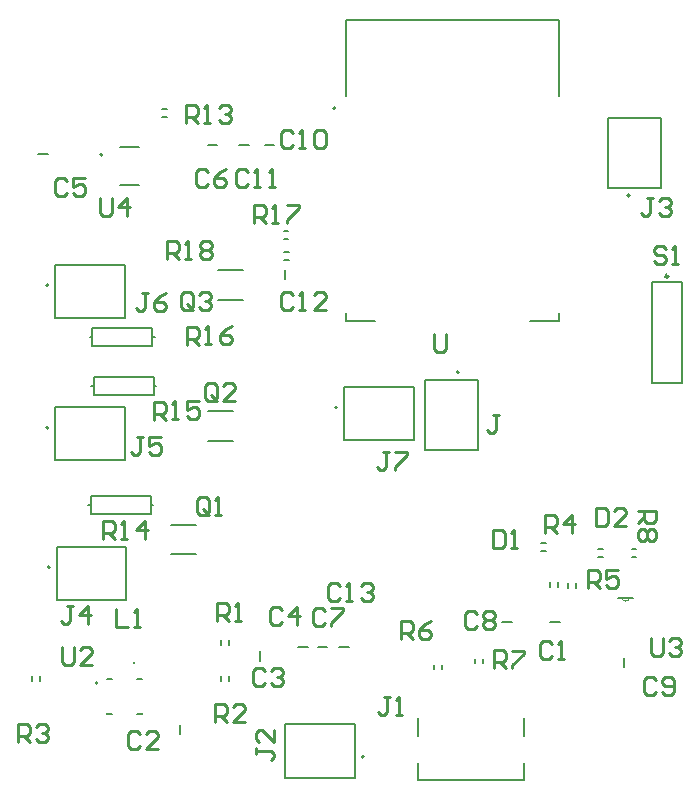
<source format=gto>
G04*
G04 #@! TF.GenerationSoftware,Altium Limited,Altium Designer,20.1.14 (287)*
G04*
G04 Layer_Color=65535*
%FSLAX25Y25*%
%MOIN*%
G70*
G04*
G04 #@! TF.SameCoordinates,9BBB710E-F05C-4809-8D11-837B32203116*
G04*
G04*
G04 #@! TF.FilePolarity,Positive*
G04*
G01*
G75*
%ADD10C,0.00984*%
%ADD11C,0.00787*%
%ADD12C,0.00000*%
%ADD13C,0.00630*%
%ADD14C,0.00500*%
%ADD15C,0.00600*%
%ADD16C,0.01000*%
D10*
X241488Y167244D02*
G03*
X241488Y167244I-492J0D01*
G01*
D11*
X228691Y194164D02*
G03*
X228691Y194164I-394J0D01*
G01*
X171697Y135236D02*
G03*
X171697Y135236I-394J0D01*
G01*
X131220Y123468D02*
G03*
X131220Y123468I-394J0D01*
G01*
X140067Y7032D02*
G03*
X140067Y7032I-394J0D01*
G01*
X34920Y164269D02*
G03*
X34920Y164269I-394J0D01*
G01*
Y116769D02*
G03*
X34920Y116769I-394J0D01*
G01*
X35421Y70268D02*
G03*
X35421Y70268I-394J0D01*
G01*
X130536Y223264D02*
G03*
X130536Y223264I-394J0D01*
G01*
X52945Y207740D02*
G03*
X52945Y207740I-394J0D01*
G01*
X236000Y165350D02*
X246000D01*
X236000Y131650D02*
Y165350D01*
Y131650D02*
X246000D01*
Y165350D01*
X63386Y38423D02*
Y38816D01*
X218113Y76278D02*
X219687D01*
X218113Y73522D02*
X219687D01*
X199213Y78378D02*
X200787D01*
X199213Y75622D02*
X200787D01*
X75766Y84421D02*
X84034D01*
X75766Y74579D02*
X84034D01*
X69500Y147000D02*
Y150000D01*
X49500D02*
X69500D01*
X49500Y144000D02*
Y150000D01*
Y144000D02*
X69500D01*
Y147000D01*
X48600D02*
X49500D01*
X69500D02*
X70400D01*
X70000Y130500D02*
Y133500D01*
X50000D02*
X70000D01*
X50000Y127500D02*
Y133500D01*
Y127500D02*
X70000D01*
Y130500D01*
X49100D02*
X50000D01*
X70000D02*
X70900D01*
X69000Y91000D02*
Y94000D01*
X49000D02*
X69000D01*
X49000Y88000D02*
Y94000D01*
Y88000D02*
X69000D01*
Y91000D01*
X48100D02*
X49000D01*
X69000D02*
X69900D01*
X113365Y175278D02*
X114940D01*
X113365Y172522D02*
X114940D01*
X113265Y179522D02*
X114840D01*
X113265Y182278D02*
X114840D01*
X72813Y222978D02*
X74387D01*
X72813Y220222D02*
X74387D01*
X229313Y76478D02*
X230887D01*
X229313Y73722D02*
X230887D01*
X176922Y38213D02*
Y39787D01*
X179678Y38213D02*
Y39787D01*
X166178Y36213D02*
Y37787D01*
X163422Y36213D02*
Y37787D01*
X208022Y63313D02*
Y64887D01*
X210778Y63313D02*
Y64887D01*
X204678Y63713D02*
Y65287D01*
X201922Y63713D02*
Y65287D01*
X29387Y32432D02*
Y34007D01*
X32142Y32432D02*
Y34007D01*
X92387Y32385D02*
Y33960D01*
X95143Y32385D02*
Y33960D01*
X92387Y44338D02*
Y45913D01*
X95143Y44338D02*
Y45913D01*
X91566Y159379D02*
X99834D01*
X91566Y169221D02*
X99834D01*
X88066Y122221D02*
X96334D01*
X88066Y112379D02*
X96334D01*
D12*
X226100Y60100D02*
G03*
X228500Y60100I1200J0D01*
G01*
D13*
X51099Y31661D02*
G03*
X51099Y31661I-315J0D01*
G01*
D14*
X239124Y196723D02*
Y219951D01*
X221407Y196723D02*
X239124D01*
X221407D02*
Y219951D01*
X239124D01*
X160476Y109449D02*
X178193D01*
Y132677D01*
X160476D02*
X178193D01*
X160476Y109449D02*
Y132677D01*
X156614Y112642D02*
Y130358D01*
X133386D02*
X156614D01*
X133386Y112642D02*
Y130358D01*
Y112642D02*
X156614D01*
X58850Y197819D02*
X65150D01*
X58850Y210181D02*
X65150D01*
X113886Y142D02*
Y17858D01*
Y142D02*
X137114D01*
Y17858D01*
X113886D02*
X137114D01*
X37086Y153442D02*
X60314D01*
X37086D02*
Y171158D01*
X60314D01*
Y153442D02*
Y171158D01*
Y105942D02*
Y123658D01*
X37086D02*
X60314D01*
X37086Y105942D02*
Y123658D01*
Y105942D02*
X60314D01*
X60814Y59442D02*
Y77158D01*
X37586D02*
X60814D01*
X37586Y59442D02*
Y77158D01*
Y59442D02*
X60814D01*
X204946Y227201D02*
Y252791D01*
X134080D02*
X204946D01*
X134080Y227201D02*
Y252791D01*
X204946Y152398D02*
Y154957D01*
X195300Y152398D02*
X204946D01*
X134080D02*
X143725D01*
X134080D02*
Y154957D01*
X54328Y33157D02*
X56119D01*
X64347D02*
X66139D01*
X54328Y21346D02*
X56119D01*
X64347D02*
X66139D01*
X54328Y32999D02*
Y33157D01*
X66139Y32999D02*
Y33157D01*
Y21346D02*
Y21503D01*
X54328Y21346D02*
Y21503D01*
X158209Y-736D02*
Y4894D01*
Y14106D02*
Y19854D01*
X193406Y-736D02*
Y4894D01*
Y14106D02*
Y19854D01*
X158209Y-736D02*
X193406D01*
D15*
X131890Y43520D02*
X135039D01*
X31525Y207999D02*
X34675D01*
X124690Y43669D02*
X127839D01*
X224900Y60100D02*
X226100D01*
X228500D01*
X229700D01*
X113699Y166225D02*
Y169375D01*
X98525Y211052D02*
X101675D01*
X107025D02*
X110175D01*
X226800Y36925D02*
Y40075D01*
X186225Y52000D02*
X189375D01*
X88025Y211000D02*
X91175D01*
X118190Y43720D02*
X121339D01*
X105264Y39145D02*
Y42294D01*
X78764Y14645D02*
Y17794D01*
X202225Y52000D02*
X205375D01*
D16*
X240599Y176198D02*
X239599Y177198D01*
X237600D01*
X236600Y176198D01*
Y175199D01*
X237600Y174199D01*
X239599D01*
X240599Y173199D01*
Y172200D01*
X239599Y171200D01*
X237600D01*
X236600Y172200D01*
X242598Y171200D02*
X244597D01*
X243598D01*
Y177198D01*
X242598Y176198D01*
X236500Y193299D02*
X234501D01*
X235501D01*
Y188301D01*
X234501Y187301D01*
X233501D01*
X232502Y188301D01*
X238500Y192299D02*
X239499Y193299D01*
X241499D01*
X242498Y192299D01*
Y191300D01*
X241499Y190300D01*
X240499D01*
X241499D01*
X242498Y189300D01*
Y188301D01*
X241499Y187301D01*
X239499D01*
X238500Y188301D01*
X57401Y56299D02*
Y50301D01*
X61400D01*
X63399D02*
X65399D01*
X64399D01*
Y56299D01*
X63399Y55299D01*
X183001Y82499D02*
Y76501D01*
X186000D01*
X187000Y77501D01*
Y81499D01*
X186000Y82499D01*
X183001D01*
X188999Y76501D02*
X190999D01*
X189999D01*
Y82499D01*
X188999Y81499D01*
X217402Y89899D02*
Y83901D01*
X220401D01*
X221400Y84901D01*
Y88899D01*
X220401Y89899D01*
X217402D01*
X227398Y83901D02*
X223400D01*
X227398Y87900D01*
Y88899D01*
X226399Y89899D01*
X224399D01*
X223400Y88899D01*
X185099Y121099D02*
X183100D01*
X184100D01*
Y116101D01*
X183100Y115101D01*
X182100D01*
X181101Y116101D01*
X148500Y108799D02*
X146501D01*
X147501D01*
Y103801D01*
X146501Y102801D01*
X145501D01*
X144502Y103801D01*
X150500Y108799D02*
X154498D01*
Y107799D01*
X150500Y103801D01*
Y102801D01*
X132101Y63999D02*
X131102Y64999D01*
X129102D01*
X128102Y63999D01*
Y60001D01*
X129102Y59001D01*
X131102D01*
X132101Y60001D01*
X134100Y59001D02*
X136100D01*
X135100D01*
Y64999D01*
X134100Y63999D01*
X139099D02*
X140099Y64999D01*
X142098D01*
X143098Y63999D01*
Y63000D01*
X142098Y62000D01*
X141098D01*
X142098D01*
X143098Y61000D01*
Y60001D01*
X142098Y59001D01*
X140099D01*
X139099Y60001D01*
X127065Y55819D02*
X126065Y56819D01*
X124066D01*
X123066Y55819D01*
Y51820D01*
X124066Y50821D01*
X126065D01*
X127065Y51820D01*
X129064Y56819D02*
X133063D01*
Y55819D01*
X129064Y51820D01*
Y50821D01*
X235802Y46499D02*
Y41501D01*
X236801Y40501D01*
X238801D01*
X239800Y41501D01*
Y46499D01*
X241800Y45499D02*
X242799Y46499D01*
X244799D01*
X245798Y45499D01*
Y44500D01*
X244799Y43500D01*
X243799D01*
X244799D01*
X245798Y42500D01*
Y41501D01*
X244799Y40501D01*
X242799D01*
X241800Y41501D01*
X68200Y161599D02*
X66201D01*
X67201D01*
Y156601D01*
X66201Y155601D01*
X65201D01*
X64202Y156601D01*
X74198Y161599D02*
X72199Y160599D01*
X70200Y158600D01*
Y156601D01*
X71199Y155601D01*
X73199D01*
X74198Y156601D01*
Y157600D01*
X73199Y158600D01*
X70200D01*
X66500Y113499D02*
X64501D01*
X65501D01*
Y108501D01*
X64501Y107501D01*
X63501D01*
X62502Y108501D01*
X72498Y113499D02*
X68500D01*
Y110500D01*
X70499Y111500D01*
X71499D01*
X72498Y110500D01*
Y108501D01*
X71499Y107501D01*
X69499D01*
X68500Y108501D01*
X43000Y57399D02*
X41001D01*
X42001D01*
Y52401D01*
X41001Y51401D01*
X40001D01*
X39002Y52401D01*
X47999Y51401D02*
Y57399D01*
X45000Y54400D01*
X48998D01*
X163501Y147999D02*
Y143001D01*
X164500Y142001D01*
X166500D01*
X167499Y143001D01*
Y147999D01*
X52236Y193239D02*
Y188241D01*
X53236Y187241D01*
X55235D01*
X56235Y188241D01*
Y193239D01*
X61233Y187241D02*
Y193239D01*
X58234Y190240D01*
X62233D01*
X39566Y43819D02*
Y38820D01*
X40566Y37821D01*
X42565D01*
X43565Y38820D01*
Y43819D01*
X49563Y37821D02*
X45564D01*
X49563Y41819D01*
Y42819D01*
X48563Y43819D01*
X46564D01*
X45564Y42819D01*
X74537Y172915D02*
X74468Y178913D01*
X77467Y178947D01*
X78478Y177959D01*
X78501Y175960D01*
X77513Y174949D01*
X74514Y174914D01*
X76514Y174937D02*
X78536Y172961D01*
X80535Y172984D02*
X82534Y173007D01*
X81535Y172995D01*
X81466Y178993D01*
X80478Y177982D01*
X85476Y178040D02*
X86464Y179051D01*
X88463Y179074D01*
X89474Y178085D01*
X89486Y177086D01*
X88498Y176075D01*
X89509Y175087D01*
X89520Y174087D01*
X88532Y173076D01*
X86533Y173053D01*
X85522Y174041D01*
X85510Y175041D01*
X86498Y176052D01*
X85487Y177040D01*
X85476Y178040D01*
X86498Y176052D02*
X88498Y176075D01*
X103502Y185001D02*
Y190999D01*
X106501D01*
X107501Y189999D01*
Y188000D01*
X106501Y187000D01*
X103502D01*
X105502D02*
X107501Y185001D01*
X109501D02*
X111500D01*
X110500D01*
Y190999D01*
X109501Y189999D01*
X114499Y190999D02*
X118498D01*
Y189999D01*
X114499Y186001D01*
Y185001D01*
X81010Y144482D02*
X80995Y150480D01*
X83994Y150488D01*
X84996Y149491D01*
X85001Y147491D01*
X84004Y146489D01*
X81005Y146482D01*
X83004Y146487D02*
X85009Y144492D01*
X87008Y144497D02*
X89007Y144502D01*
X88008Y144500D01*
X87993Y150498D01*
X86996Y149496D01*
X95990Y150518D02*
X93993Y149513D01*
X91999Y147509D01*
X92004Y145509D01*
X93006Y144512D01*
X95005Y144517D01*
X96003Y145519D01*
X96000Y146519D01*
X94998Y147516D01*
X91999Y147509D01*
X70210Y119481D02*
X70195Y125479D01*
X73194Y125487D01*
X74196Y124490D01*
X74201Y122491D01*
X73204Y121488D01*
X70205Y121480D01*
X72205Y121486D02*
X74209Y119492D01*
X76209Y119497D02*
X78208Y119502D01*
X77208Y119500D01*
X77192Y125498D01*
X76195Y124495D01*
X85190Y125519D02*
X81191Y125508D01*
X81199Y122509D01*
X83196Y123514D01*
X84195Y123517D01*
X85198Y122520D01*
X85203Y120521D01*
X84206Y119518D01*
X82206Y119513D01*
X81204Y120510D01*
X53002Y79501D02*
X53003Y85499D01*
X56002Y85499D01*
X57001Y84499D01*
X57001Y82500D01*
X56001Y81500D01*
X53002Y81500D01*
X55002Y81500D02*
X57001Y79501D01*
X59000Y79501D02*
X61000Y79501D01*
X60000Y79501D01*
X60000Y85499D01*
X59000Y84499D01*
X66998Y79501D02*
X66998Y85499D01*
X63999Y82500D01*
X67998Y82500D01*
X80702Y218201D02*
Y224199D01*
X83701D01*
X84701Y223199D01*
Y221200D01*
X83701Y220200D01*
X80702D01*
X82702D02*
X84701Y218201D01*
X86700D02*
X88700D01*
X87700D01*
Y224199D01*
X86700Y223199D01*
X91699D02*
X92699Y224199D01*
X94698D01*
X95698Y223199D01*
Y222200D01*
X94698Y221200D01*
X93698D01*
X94698D01*
X95698Y220200D01*
Y219201D01*
X94698Y218201D01*
X92699D01*
X91699Y219201D01*
X231501Y88998D02*
X237499D01*
Y85999D01*
X236499Y85000D01*
X234500D01*
X233500Y85999D01*
Y88998D01*
Y86999D02*
X231501Y85000D01*
X236499Y83000D02*
X237499Y82001D01*
Y80001D01*
X236499Y79002D01*
X235500D01*
X234500Y80001D01*
X233500Y79002D01*
X232501D01*
X231501Y80001D01*
Y82001D01*
X232501Y83000D01*
X233500D01*
X234500Y82001D01*
X235500Y83000D01*
X236499D01*
X234500Y82001D02*
Y80001D01*
X183288Y36524D02*
X183316Y42522D01*
X186315Y42508D01*
X187310Y41504D01*
X187300Y39505D01*
X186296Y38510D01*
X183297Y38524D01*
X185296Y38514D02*
X187286Y36506D01*
X189314Y42494D02*
X193312Y42476D01*
X193308Y41476D01*
X189290Y37496D01*
X189286Y36496D01*
X152482Y46214D02*
Y52212D01*
X155481D01*
X156481Y51212D01*
Y49213D01*
X155481Y48213D01*
X152482D01*
X154481D02*
X156481Y46214D01*
X162479Y52212D02*
X160479Y51212D01*
X158480Y49213D01*
Y47213D01*
X159480Y46214D01*
X161479D01*
X162479Y47213D01*
Y48213D01*
X161479Y49213D01*
X158480D01*
X214802Y63201D02*
Y69199D01*
X217801D01*
X218800Y68199D01*
Y66200D01*
X217801Y65200D01*
X214802D01*
X216801D02*
X218800Y63201D01*
X224798Y69199D02*
X220800D01*
Y66200D01*
X222799Y67200D01*
X223799D01*
X224798Y66200D01*
Y64201D01*
X223799Y63201D01*
X221799D01*
X220800Y64201D01*
X200502Y81501D02*
Y87499D01*
X203501D01*
X204500Y86499D01*
Y84500D01*
X203501Y83500D01*
X200502D01*
X202501D02*
X204500Y81501D01*
X209499D02*
Y87499D01*
X206500Y84500D01*
X210498D01*
X24802Y12101D02*
Y18099D01*
X27801D01*
X28800Y17099D01*
Y15100D01*
X27801Y14100D01*
X24802D01*
X26801D02*
X28800Y12101D01*
X30800Y17099D02*
X31799Y18099D01*
X33799D01*
X34798Y17099D01*
Y16100D01*
X33799Y15100D01*
X32799D01*
X33799D01*
X34798Y14100D01*
Y13101D01*
X33799Y12101D01*
X31799D01*
X30800Y13101D01*
X90466Y18521D02*
Y24519D01*
X93465D01*
X94465Y23519D01*
Y21520D01*
X93465Y20520D01*
X90466D01*
X92466D02*
X94465Y18521D01*
X100463D02*
X96464D01*
X100463Y22519D01*
Y23519D01*
X99463Y24519D01*
X97464D01*
X96464Y23519D01*
X90966Y52421D02*
Y58419D01*
X93965D01*
X94965Y57419D01*
Y55420D01*
X93965Y54420D01*
X90966D01*
X92965D02*
X94965Y52421D01*
X96964D02*
X98963D01*
X97964D01*
Y58419D01*
X96964Y57419D01*
X83000Y157001D02*
Y160999D01*
X82001Y161999D01*
X80001D01*
X79002Y160999D01*
Y157001D01*
X80001Y156001D01*
X82001D01*
X81001Y158000D02*
X83000Y156001D01*
X82001D02*
X83000Y157001D01*
X85000Y160999D02*
X85999Y161999D01*
X87999D01*
X88998Y160999D01*
Y160000D01*
X87999Y159000D01*
X86999D01*
X87999D01*
X88998Y158000D01*
Y157001D01*
X87999Y156001D01*
X85999D01*
X85000Y157001D01*
X91099Y126600D02*
Y130598D01*
X90099Y131598D01*
X88100D01*
X87100Y130598D01*
Y126600D01*
X88100Y125600D01*
X90099D01*
X89099Y127599D02*
X91099Y125600D01*
X90099D02*
X91099Y126600D01*
X97097Y125600D02*
X93098D01*
X97097Y129599D01*
Y130598D01*
X96097Y131598D01*
X94098D01*
X93098Y130598D01*
X88500Y88501D02*
Y92499D01*
X87500Y93499D01*
X85501D01*
X84501Y92499D01*
Y88501D01*
X85501Y87501D01*
X87500D01*
X86501Y89500D02*
X88500Y87501D01*
X87500D02*
X88500Y88501D01*
X90499Y87501D02*
X92499D01*
X91499D01*
Y93499D01*
X90499Y92499D01*
X104101Y9900D02*
Y7901D01*
Y8901D01*
X109099D01*
X110099Y7901D01*
Y6901D01*
X109099Y5902D01*
X110099Y15898D02*
Y11900D01*
X106100Y15898D01*
X105101D01*
X104101Y14899D01*
Y12899D01*
X105101Y11900D01*
X148800Y26999D02*
X146801D01*
X147800D01*
Y22001D01*
X146801Y21001D01*
X145801D01*
X144801Y22001D01*
X150799Y21001D02*
X152799D01*
X151799D01*
Y26999D01*
X150799Y25999D01*
X116501Y160999D02*
X115501Y161999D01*
X113502D01*
X112502Y160999D01*
Y157001D01*
X113502Y156001D01*
X115501D01*
X116501Y157001D01*
X118500Y156001D02*
X120500D01*
X119500D01*
Y161999D01*
X118500Y160999D01*
X127498Y156001D02*
X123499D01*
X127498Y160000D01*
Y160999D01*
X126498Y161999D01*
X124499D01*
X123499Y160999D01*
X101501Y201999D02*
X100501Y202999D01*
X98502D01*
X97502Y201999D01*
Y198001D01*
X98502Y197001D01*
X100501D01*
X101501Y198001D01*
X103500Y197001D02*
X105499D01*
X104500D01*
Y202999D01*
X103500Y201999D01*
X108499Y197001D02*
X110498D01*
X109498D01*
Y202999D01*
X108499Y201999D01*
X116501Y214999D02*
X115501Y215999D01*
X113502D01*
X112502Y214999D01*
Y211001D01*
X113502Y210001D01*
X115501D01*
X116501Y211001D01*
X118500Y210001D02*
X120500D01*
X119500D01*
Y215999D01*
X118500Y214999D01*
X123499D02*
X124499Y215999D01*
X126498D01*
X127498Y214999D01*
Y211001D01*
X126498Y210001D01*
X124499D01*
X123499Y211001D01*
Y214999D01*
X237300Y32499D02*
X236301Y33499D01*
X234301D01*
X233302Y32499D01*
Y28501D01*
X234301Y27501D01*
X236301D01*
X237300Y28501D01*
X239300D02*
X240299Y27501D01*
X242299D01*
X243298Y28501D01*
Y32499D01*
X242299Y33499D01*
X240299D01*
X239300Y32499D01*
Y31500D01*
X240299Y30500D01*
X243298D01*
X177700Y54699D02*
X176701Y55699D01*
X174701D01*
X173702Y54699D01*
Y50701D01*
X174701Y49701D01*
X176701D01*
X177700Y50701D01*
X179700Y54699D02*
X180699Y55699D01*
X182699D01*
X183698Y54699D01*
Y53700D01*
X182699Y52700D01*
X183698Y51700D01*
Y50701D01*
X182699Y49701D01*
X180699D01*
X179700Y50701D01*
Y51700D01*
X180699Y52700D01*
X179700Y53700D01*
Y54699D01*
X180699Y52700D02*
X182699D01*
X88000Y201999D02*
X87001Y202999D01*
X85001D01*
X84002Y201999D01*
Y198001D01*
X85001Y197001D01*
X87001D01*
X88000Y198001D01*
X93998Y202999D02*
X91999Y201999D01*
X90000Y200000D01*
Y198001D01*
X90999Y197001D01*
X92999D01*
X93998Y198001D01*
Y199000D01*
X92999Y200000D01*
X90000D01*
X41000Y198999D02*
X40001Y199999D01*
X38001D01*
X37002Y198999D01*
Y195001D01*
X38001Y194001D01*
X40001D01*
X41000Y195001D01*
X46998Y199999D02*
X43000D01*
Y197000D01*
X44999Y198000D01*
X45999D01*
X46998Y197000D01*
Y195001D01*
X45999Y194001D01*
X43999D01*
X43000Y195001D01*
X112765Y56019D02*
X111765Y57019D01*
X109766D01*
X108766Y56019D01*
Y52020D01*
X109766Y51021D01*
X111765D01*
X112765Y52020D01*
X117763Y51021D02*
Y57019D01*
X114764Y54020D01*
X118763D01*
X106965Y35619D02*
X105965Y36619D01*
X103966D01*
X102966Y35619D01*
Y31620D01*
X103966Y30621D01*
X105965D01*
X106965Y31620D01*
X108964Y35619D02*
X109964Y36619D01*
X111963D01*
X112963Y35619D01*
Y34619D01*
X111963Y33620D01*
X110964D01*
X111963D01*
X112963Y32620D01*
Y31620D01*
X111963Y30621D01*
X109964D01*
X108964Y31620D01*
X65365Y14819D02*
X64365Y15819D01*
X62366D01*
X61366Y14819D01*
Y10820D01*
X62366Y9821D01*
X64365D01*
X65365Y10820D01*
X71363Y9821D02*
X67364D01*
X71363Y13819D01*
Y14819D01*
X70363Y15819D01*
X68364D01*
X67364Y14819D01*
X202800Y44499D02*
X201800Y45499D01*
X199801D01*
X198801Y44499D01*
Y40501D01*
X199801Y39501D01*
X201800D01*
X202800Y40501D01*
X204799Y39501D02*
X206799D01*
X205799D01*
Y45499D01*
X204799Y44499D01*
M02*

</source>
